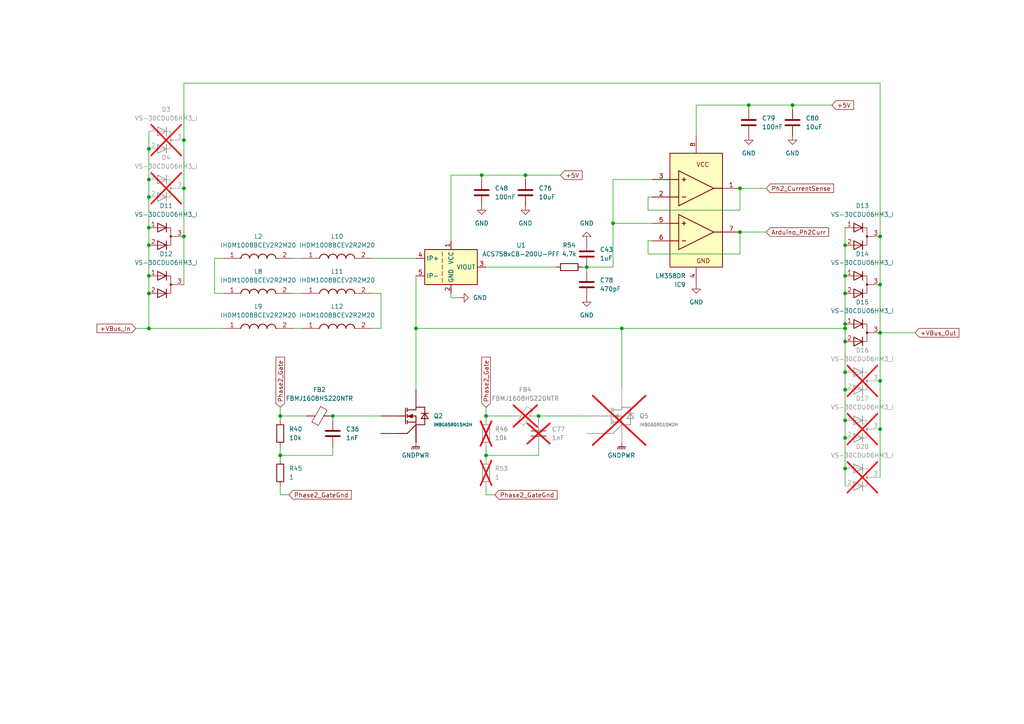
<source format=kicad_sch>
(kicad_sch (version 20250114) (generator "eeschema") (generator_version "9.0")
  (paper "A4")
  (title_block (title "5kw Modular Traction Inverter Boost Converter") (date "2025-02-02") (rev "1") (company "Rail Vehicle Traction Inverter"))
  (lib_symbols
    (symbol "Device:C" (pin_numbers (hide yes)) (pin_names (offset 0.254))
      (property "Reference" "C" (at 0.635 2.54 0))
      (property "Value" "C" (at 0.635 -2.54 0))
      (symbol "C_0_1"
        (polyline (pts (xy -2.032 0.762) (xy 2.032 0.762)) (stroke (width 0.508)))
        (polyline (pts (xy -2.032 -0.762) (xy 2.032 -0.762)) (stroke (width 0.508)))
      )
      (symbol "C_1_1"
        (pin passive line (at 0 3.81 270) (length 2.794) (name "~") (number "1"))
        (pin passive line (at 0 -3.81 90) (length 2.794) (name "~") (number "2"))
      )
    )
    (symbol "Device:D_Dual_CommonCathode_AAK_Parallel" (pin_names (offset 0.762) (hide yes))
      (property "Reference" "D" (at 0 5.08 0))
      (property "Value" "D_Dual_CommonCathode_AAK_Parallel" (at 0 -5.08 0))
      (symbol "D_Dual_CommonCathode_AAK_Parallel_0_0"
        (polyline (pts (xy 0 1.27) (xy 0 3.81)) (stroke (width 0.254)))
        (polyline (pts (xy 0 -1.27) (xy 0 -3.81)) (stroke (width 0.254)))
      )
      (symbol "D_Dual_CommonCathode_AAK_Parallel_0_1"
        (polyline (pts (xy -2.54 3.81) (xy 0 2.54) (xy -2.54 1.27) (xy -2.54 3.81) (xy -2.54 3.81) (xy -2.54 3.81)) (stroke (width 0.254)))
        (polyline (pts (xy -2.54 -1.27) (xy 0 -2.54) (xy -2.54 -3.81) (xy -2.54 -1.27) (xy -2.54 -1.27) (xy -2.54 -1.27)) (stroke (width 0.254)))
        (polyline (pts (xy -2.54 -2.54) (xy 1.27 -2.54) (xy 1.27 2.54) (xy -2.54 2.54)))
        (polyline (pts (xy 1.27 0) (xy 2.54 0)))
        (circle (center 1.27 0) (radius 0.254) (fill (type outline)))
        (pin passive line (at -5.08 2.54 0) (length 2.54) (name "A") (number "1"))
        (pin passive line (at -5.08 -2.54 0) (length 2.54) (name "A") (number "2"))
        (pin passive line (at 5.08 0 180) (length 2.54) (name "K") (number "3"))
      )
    )
    (symbol "Device:FerriteBead" (pin_numbers (hide yes)) (pin_names (offset 0))
      (property "Reference" "FB" (at -3.81 0.635 90))
      (property "Value" "FerriteBead" (at 3.81 0 90))
      (symbol "FerriteBead_0_1"
        (polyline (pts (xy -2.7686 0.4064) (xy -1.7018 2.2606) (xy 2.7686 -0.3048) (xy 1.6764 -2.159) (xy -2.7686 0.4064)))
        (polyline (pts (xy 0 1.27) (xy 0 1.2954)))
        (polyline (pts (xy 0 -1.27) (xy 0 -1.2192)))
      )
      (symbol "FerriteBead_1_1"
        (pin passive line (at 0 3.81 270) (length 2.54) (name "~") (number "1"))
        (pin passive line (at 0 -3.81 90) (length 2.54) (name "~") (number "2"))
      )
    )
    (symbol "Device:R" (pin_numbers (hide yes)) (pin_names (offset 0))
      (property "Reference" "R" (at 2.032 0 90))
      (property "Value" "R" (at 0 0 90))
      (symbol "R_0_1"
        (rectangle (start -1.016 -2.54) (end 1.016 2.54) (stroke (width 0.254)))
      )
      (symbol "R_1_1"
        (pin passive line (at 0 3.81 270) (length 1.27) (name "~") (number "1"))
        (pin passive line (at 0 -3.81 90) (length 1.27) (name "~") (number "2"))
      )
    )
    (symbol "InverterCom:IHDM1008BCEV2R2M20" (pin_names (hide yes))
      (property "Reference" "L" (at 16.51 6.35 0))
      (property "Value" "IHDM1008BCEV2R2M20" (at 16.51 3.81 0))
      (symbol "IHDM1008BCEV2R2M20_1_1"
        (arc (start 5.08 0) (mid 6.35 1.219) (end 7.62 0) (stroke (width 0.254)))
        (arc (start 7.62 0) (mid 8.89 1.219) (end 10.16 0) (stroke (width 0.254)))
        (arc (start 10.16 0) (mid 11.43 1.219) (end 12.7 0) (stroke (width 0.254)))
        (arc (start 12.7 0) (mid 13.97 1.219) (end 15.24 0) (stroke (width 0.254)))
        (pin passive line (at 0 0 0) (length 5.08) (name "1") (number "1"))
        (pin passive line (at 20.32 0 180) (length 5.08) (name "2") (number "2"))
      )
    )
    (symbol "InverterCom:IMBG65R015M2H" (pin_numbers (hide yes))
      (property "Reference" "Q?" (at 10.16 -2.54 0))
      (property "Value" "IMBG65R015M2H" (at 10.16 -4.826 0))
      (symbol "IMBG65R015M2H_1_0"
        (polyline (pts (xy 0 -2.54) (xy 2.032 -2.54)) (stroke (width 0.254)))
        (polyline (pts (xy 2.032 -0.254) (xy 2.032 -4.826)) (stroke (width 0.254)))
        (polyline (pts (xy 2.54 -0.254) (xy 2.54 -1.27)) (stroke (width 0.254)))
        (polyline (pts (xy 2.54 -2.54) (xy 4.064 -3.048) (xy 4.064 -2.032)) (stroke (width 0.254)) (fill (type outline)))
        (polyline (pts (xy 2.54 -3.048) (xy 2.54 -2.032)) (stroke (width 0.254)))
        (polyline (pts (xy 2.54 -4.826) (xy 2.54 -3.81)) (stroke (width 0.254)))
        (polyline (pts (xy 2.54 -7.62) (xy 0 -7.62)) (stroke (width 0.254)))
        (polyline (pts (xy 5.08 0) (xy 7.62 0)) (stroke (width 0.254)))
        (polyline (pts (xy 5.08 -0.762) (xy 2.54 -0.762)) (stroke (width 0.254)))
        (polyline (pts (xy 5.08 -0.762) (xy 5.08 0)) (stroke (width 0.254)))
        (polyline (pts (xy 5.08 -2.54) (xy 2.54 -2.54)) (stroke (width 0.254)))
        (polyline (pts (xy 5.08 -2.54) (xy 5.08 -5.08)) (stroke (width 0.254)))
        (polyline (pts (xy 5.08 -4.318) (xy 2.54 -4.318)) (stroke (width 0.254)))
        (polyline (pts (xy 5.08 -5.08) (xy 2.54 -7.62)) (stroke (width 0.254)))
        (polyline (pts (xy 5.08 -5.08) (xy 7.62 -5.08)) (stroke (width 0.254)))
        (polyline (pts (xy 6.604 -1.778) (xy 8.636 -1.778)) (stroke (width 0.254)))
        (polyline (pts (xy 6.604 -3.302) (xy 8.636 -3.302)) (stroke (width 0.254)))
        (polyline (pts (xy 7.62 0) (xy 7.62 -5.08)) (stroke (width 0.254)))
        (polyline (pts (xy 7.62 -1.778) (xy 6.604 -3.302)) (stroke (width 0.254)))
        (polyline (pts (xy 8.636 -3.302) (xy 7.62 -1.778)) (stroke (width 0.254)))
        (pin passive line (at -5.08 -2.54 0) (length 5.08) (name "GATE") (number "1"))
        (pin passive line (at -5.08 -7.62 0) (length 5.08) (name "DRIVER_SOURCE") (number "2"))
        (pin passive line (at 5.08 5.08 270) (length 5.08) (name "DRAIN") (number "8"))
        (pin passive line (at 5.08 -10.16 90) (length 5.08) (name "POWER_SOURCE_1") (number "3"))
        (pin passive line (at 5.08 -10.16 90) (length 5.08) (name "POWER_SOURCE_2") (number "4"))
        (pin passive line (at 5.08 -10.16 90) (length 5.08) (name "POWER_SOURCE_3") (number "5"))
        (pin passive line (at 5.08 -10.16 90) (length 5.08) (name "POWER_SOURCE_4") (number "6"))
        (pin passive line (at 5.08 -10.16 90) (length 5.08) (name "POWER_SOURCE_5") (number "7"))
      )
    )
    (symbol "InverterCom:LM358DR" (pin_names (hide yes))
      (property "Reference" "IC" (at 22.86 17.78 0))
      (property "Value" "LM358DR" (at 22.86 15.24 0))
      (symbol "LM358DR_1_1"
        (rectangle (start 5.08 7.62) (end 20.32 -25.4) (stroke (width 0.254)) (fill (type background)))
        (polyline (pts (xy 5.08 0) (xy 7.62 0)) (stroke (width 0.254)))
        (polyline (pts (xy 5.08 -5.08) (xy 7.62 -5.08)) (stroke (width 0.254)))
        (polyline (pts (xy 5.08 -12.7) (xy 7.62 -12.7)) (stroke (width 0.254)))
        (polyline (pts (xy 5.08 -17.78) (xy 7.62 -17.78)) (stroke (width 0.254)))
        (polyline (pts (xy 7.62 -7.62) (xy 7.62 2.54)) (stroke (width 0.254)))
        (polyline (pts (xy 7.62 -10.16) (xy 7.62 -20.32)) (stroke (width 0.254)))
        (polyline (pts (xy 8.636 0) (xy 9.652 0)) (stroke (width 0.254)))
        (polyline (pts (xy 8.636 -5.08) (xy 9.652 -5.08)) (stroke (width 0.254)))
        (polyline (pts (xy 8.636 -12.7) (xy 9.652 -12.7)) (stroke (width 0.254)))
        (polyline (pts (xy 8.636 -17.78) (xy 9.652 -17.78)) (stroke (width 0.254)))
        (polyline (pts (xy 9.144 -0.508) (xy 9.144 0.508)) (stroke (width 0.254)))
        (polyline (pts (xy 9.144 -12.192) (xy 9.144 -13.208)) (stroke (width 0.254)))
        (polyline (pts (xy 17.78 -2.54) (xy 7.62 2.54)) (stroke (width 0.254)))
        (polyline (pts (xy 17.78 -2.54) (xy 7.62 -7.62)) (stroke (width 0.254)))
        (polyline (pts (xy 17.78 -2.54) (xy 20.32 -2.54)) (stroke (width 0.254)))
        (polyline (pts (xy 17.78 -15.24) (xy 7.62 -10.16)) (stroke (width 0.254)))
        (polyline (pts (xy 17.78 -15.24) (xy 7.62 -20.32)) (stroke (width 0.254)))
        (polyline (pts (xy 17.78 -15.24) (xy 20.32 -15.24)) (stroke (width 0.254)))
        (text "VCC" (at 12.7 5.08 0) (effects (font (size 1.27 1.27)) (justify left top)))
        (text "GND" (at 12.7 -22.86 0) (effects (font (size 1.27 1.27)) (justify left top)))
        (pin passive line (at 0 0 0) (length 5.08) (name "IN1+") (number "3"))
        (pin passive line (at 0 -5.08 0) (length 5.08) (name "IN1-") (number "2"))
        (pin passive line (at 0 -12.7 0) (length 5.08) (name "IN2+") (number "5"))
        (pin passive line (at 0 -17.78 0) (length 5.08) (name "IN2-") (number "6"))
        (pin passive line (at 12.7 12.7 270) (length 5.08) (name "V+") (number "8"))
        (pin passive line (at 12.7 -30.48 90) (length 5.08) (name "V-") (number "4"))
        (pin passive line (at 25.4 -2.54 180) (length 5.08) (name "OUT1") (number "1"))
        (pin passive line (at 25.4 -15.24 180) (length 5.08) (name "OUT2") (number "7"))
      )
    )
    (symbol "Sensor_Current:ACS758xCB-200U-PFF"
      (property "Reference" "U" (at -7.62 6.35 0))
      (property "Value" "ACS758xCB-200U-PFF" (at 2.54 6.35 0))
      (symbol "ACS758xCB-200U-PFF_0_1"
        (rectangle (start -7.62 5.08) (end 7.62 -5.08) (stroke (width 0.254)) (fill (type background)))
        (polyline (pts (xy -2.54 3.175) (xy -2.54 4.445)))
        (polyline (pts (xy -2.54 1.27) (xy -2.54 2.54)))
        (polyline (pts (xy -2.54 0.635) (xy -2.54 -0.635)))
        (polyline (pts (xy -2.54 -1.27) (xy -2.54 -2.54)))
        (polyline (pts (xy -2.54 -3.175) (xy -2.54 -4.445)))
      )
      (symbol "ACS758xCB-200U-PFF_1_1"
        (pin passive line (at -10.16 2.54 0) (length 2.54) (name "IP+") (number "4"))
        (pin passive line (at -10.16 -2.54 0) (length 2.54) (name "IP-") (number "5"))
        (pin power_in line (at 0 7.62 270) (length 2.54) (name "VCC") (number "1"))
        (pin power_in line (at 0 -7.62 90) (length 2.54) (name "GND") (number "2"))
        (pin output line (at 10.16 0 180) (length 2.54) (name "VIOUT") (number "3"))
      )
    )
    (symbol "power:GND" (power) (pin_numbers (hide yes)) (pin_names (offset 0) (hide yes))
      (property "Value" "GND" (at 0 -3.81 0))
      (symbol "GND_0_1"
        (polyline (pts (xy 0 0) (xy 0 -1.27) (xy 1.27 -1.27) (xy 0 -2.54) (xy -1.27 -1.27) (xy 0 -1.27)))
      )
      (symbol "GND_1_1"
        (pin power_in line (at 0 0 270) (length 0) (name "~") (number "1"))
      )
    )
    (symbol "power:GNDPWR" (power) (pin_numbers (hide yes)) (pin_names (offset 0) (hide yes))
      (property "Value" "GNDPWR" (at 0 -3.302 0))
      (symbol "GNDPWR_0_1"
        (polyline (pts (xy -1.016 -1.27) (xy -1.27 -2.032) (xy -1.27 -2.032)) (stroke (width 0.2032)))
        (polyline (pts (xy -0.508 -1.27) (xy -0.762 -2.032) (xy -0.762 -2.032)) (stroke (width 0.2032)))
        (polyline (pts (xy 0 -1.27) (xy 0 0)))
        (polyline (pts (xy 0 -1.27) (xy -0.254 -2.032) (xy -0.254 -2.032)) (stroke (width 0.2032)))
        (polyline (pts (xy 0.508 -1.27) (xy 0.254 -2.032) (xy 0.254 -2.032)) (stroke (width 0.2032)))
        (polyline (pts (xy 1.016 -1.27) (xy -1.016 -1.27) (xy -1.016 -1.27)) (stroke (width 0.2032)))
        (polyline (pts (xy 1.016 -1.27) (xy 0.762 -2.032) (xy 0.762 -2.032) (xy 0.762 -2.032)) (stroke (width 0.2032)))
      )
      (symbol "GNDPWR_1_1"
        (pin power_in line (at 0 0 270) (length 0) (name "~") (number "1"))
      )
    )
  )
  (junction (at 217.17 30.48))
  (junction (at 81.28 120.65))
  (junction (at 245.11 113.03))
  (junction (at 245.11 99.06))
  (junction (at 53.34 68.58))
  (junction (at 43.18 52.07))
  (junction (at 177.8 64.77))
  (junction (at 43.18 80.01))
  (junction (at 245.11 80.01))
  (junction (at 255.27 124.46))
  (junction (at 214.63 54.61))
  (junction (at 255.27 96.52))
  (junction (at 43.18 71.12))
  (junction (at 170.18 77.47))
  (junction (at 120.65 95.25))
  (junction (at 229.87 30.48))
  (junction (at 245.11 121.92))
  (junction (at 255.27 68.58))
  (junction (at 43.18 57.15))
  (junction (at 96.52 120.65))
  (junction (at 255.27 82.55))
  (junction (at 245.11 107.95))
  (junction (at 43.18 95.25))
  (junction (at 81.28 132.08))
  (junction (at 180.34 95.25))
  (junction (at 53.34 54.61))
  (junction (at 43.18 85.09))
  (junction (at 245.11 95.25))
  (junction (at 152.4 50.8))
  (junction (at 53.34 40.64))
  (junction (at 245.11 127))
  (junction (at 156.21 120.65))
  (junction (at 140.97 132.08))
  (junction (at 245.11 93.98))
  (junction (at 245.11 135.89))
  (junction (at 255.27 110.49))
  (junction (at 214.63 67.31))
  (junction (at 43.18 66.04))
  (junction (at 43.18 43.18))
  (junction (at 245.11 85.09))
  (junction (at 140.97 120.65))
  (junction (at 139.7 50.8))
  (junction (at 245.11 71.12))
  (wire (pts (xy 110.49 85.09) (xy 107.95 85.09)))
  (wire (pts (xy 245.11 85.09) (xy 245.11 80.01)))
  (wire (pts (xy 214.63 54.61) (xy 222.25 54.61)))
  (wire (pts (xy 64.77 85.09) (xy 62.23 85.09)))
  (wire (pts (xy 214.63 67.31) (xy 222.25 67.31)))
  (wire (pts (xy 156.21 120.65) (xy 170.18 120.65)))
  (wire (pts (xy 81.28 132.08) (xy 81.28 129.54)))
  (wire (pts (xy 139.7 52.07) (xy 139.7 50.8)))
  (wire (pts (xy 177.8 64.77) (xy 189.23 64.77)))
  (wire (pts (xy 177.8 52.07) (xy 189.23 52.07)))
  (wire (pts (xy 177.8 77.47) (xy 177.8 64.77)))
  (wire (pts (xy 140.97 77.47) (xy 161.29 77.47)))
  (wire (pts (xy 214.63 73.66) (xy 214.63 67.31)))
  (wire (pts (xy 245.11 113.03) (xy 245.11 121.92)))
  (wire (pts (xy 120.65 80.01) (xy 120.65 95.25)))
  (wire (pts (xy 255.27 96.52) (xy 255.27 110.49)))
  (wire (pts (xy 83.82 143.51) (xy 81.28 143.51)))
  (wire (pts (xy 152.4 52.07) (xy 152.4 50.8)))
  (wire (pts (xy 53.34 24.13) (xy 53.34 40.64)))
  (wire (pts (xy 120.65 95.25) (xy 180.34 95.25)))
  (wire (pts (xy 229.87 30.48) (xy 241.3 30.48)))
  (wire (pts (xy 39.37 95.25) (xy 43.18 95.25)))
  (wire (pts (xy 43.18 38.1) (xy 43.18 43.18)))
  (wire (pts (xy 120.65 113.03) (xy 120.65 95.25)))
  (wire (pts (xy 130.81 86.36) (xy 133.35 86.36)))
  (wire (pts (xy 217.17 30.48) (xy 229.87 30.48)))
  (wire (pts (xy 168.91 77.47) (xy 170.18 77.47)))
  (wire (pts (xy 148.59 120.65) (xy 140.97 120.65)))
  (wire (pts (xy 245.11 95.25) (xy 245.11 99.06)))
  (wire (pts (xy 189.23 57.15) (xy 187.96 57.15)))
  (wire (pts (xy 245.11 93.98) (xy 245.11 95.25)))
  (wire (pts (xy 53.34 40.64) (xy 53.34 54.61)))
  (wire (pts (xy 201.93 30.48) (xy 217.17 30.48)))
  (wire (pts (xy 156.21 132.08) (xy 140.97 132.08)))
  (wire (pts (xy 96.52 129.54) (xy 96.52 132.08)))
  (wire (pts (xy 255.27 82.55) (xy 255.27 68.58)))
  (wire (pts (xy 140.97 143.51) (xy 140.97 140.97)))
  (wire (pts (xy 81.28 120.65) (xy 81.28 118.11)))
  (wire (pts (xy 139.7 50.8) (xy 130.81 50.8)))
  (wire (pts (xy 53.34 68.58) (xy 53.34 82.55)))
  (wire (pts (xy 187.96 73.66) (xy 214.63 73.66)))
  (wire (pts (xy 255.27 82.55) (xy 255.27 96.52)))
  (wire (pts (xy 217.17 31.75) (xy 217.17 30.48)))
  (wire (pts (xy 177.8 64.77) (xy 177.8 52.07)))
  (wire (pts (xy 156.21 121.92) (xy 156.21 120.65)))
  (wire (pts (xy 255.27 96.52) (xy 265.43 96.52)))
  (wire (pts (xy 187.96 57.15) (xy 187.96 60.96)))
  (wire (pts (xy 62.23 74.93) (xy 64.77 74.93)))
  (wire (pts (xy 85.09 85.09) (xy 87.63 85.09)))
  (wire (pts (xy 245.11 80.01) (xy 245.11 71.12)))
  (wire (pts (xy 81.28 132.08) (xy 81.28 133.35)))
  (wire (pts (xy 187.96 69.85) (xy 187.96 73.66)))
  (wire (pts (xy 43.18 71.12) (xy 43.18 80.01)))
  (wire (pts (xy 130.81 85.09) (xy 130.81 86.36)))
  (wire (pts (xy 96.52 121.92) (xy 96.52 120.65)))
  (wire (pts (xy 85.09 95.25) (xy 87.63 95.25)))
  (wire (pts (xy 62.23 85.09) (xy 62.23 74.93)))
  (wire (pts (xy 245.11 135.89) (xy 245.11 140.97)))
  (wire (pts (xy 81.28 120.65) (xy 81.28 121.92)))
  (wire (pts (xy 53.34 54.61) (xy 53.34 68.58)))
  (wire (pts (xy 85.09 74.93) (xy 87.63 74.93)))
  (wire (pts (xy 43.18 43.18) (xy 43.18 52.07)))
  (wire (pts (xy 245.11 85.09) (xy 245.11 93.98)))
  (wire (pts (xy 170.18 77.47) (xy 177.8 77.47)))
  (wire (pts (xy 255.27 24.13) (xy 255.27 68.58)))
  (wire (pts (xy 189.23 69.85) (xy 187.96 69.85)))
  (wire (pts (xy 88.9 120.65) (xy 81.28 120.65)))
  (wire (pts (xy 170.18 77.47) (xy 170.18 78.74)))
  (wire (pts (xy 201.93 30.48) (xy 201.93 39.37)))
  (wire (pts (xy 43.18 52.07) (xy 43.18 57.15)))
  (wire (pts (xy 245.11 99.06) (xy 245.11 107.95)))
  (wire (pts (xy 255.27 124.46) (xy 255.27 138.43)))
  (wire (pts (xy 110.49 95.25) (xy 110.49 85.09)))
  (wire (pts (xy 130.81 50.8) (xy 130.81 69.85)))
  (wire (pts (xy 229.87 31.75) (xy 229.87 30.48)))
  (wire (pts (xy 43.18 80.01) (xy 43.18 85.09)))
  (wire (pts (xy 53.34 24.13) (xy 255.27 24.13)))
  (wire (pts (xy 156.21 129.54) (xy 156.21 132.08)))
  (wire (pts (xy 140.97 132.08) (xy 140.97 133.35)))
  (wire (pts (xy 162.56 50.8) (xy 152.4 50.8)))
  (wire (pts (xy 140.97 120.65) (xy 140.97 118.11)))
  (wire (pts (xy 107.95 74.93) (xy 120.65 74.93)))
  (wire (pts (xy 187.96 60.96) (xy 214.63 60.96)))
  (wire (pts (xy 43.18 85.09) (xy 43.18 95.25)))
  (wire (pts (xy 180.34 113.03) (xy 180.34 95.25)))
  (wire (pts (xy 143.51 143.51) (xy 140.97 143.51)))
  (wire (pts (xy 96.52 120.65) (xy 110.49 120.65)))
  (wire (pts (xy 245.11 71.12) (xy 245.11 66.04)))
  (wire (pts (xy 245.11 121.92) (xy 245.11 127)))
  (wire (pts (xy 255.27 110.49) (xy 255.27 124.46)))
  (wire (pts (xy 140.97 132.08) (xy 140.97 129.54)))
  (wire (pts (xy 140.97 120.65) (xy 140.97 121.92)))
  (wire (pts (xy 180.34 95.25) (xy 245.11 95.25)))
  (wire (pts (xy 43.18 57.15) (xy 43.18 66.04)))
  (wire (pts (xy 245.11 127) (xy 245.11 135.89)))
  (wire (pts (xy 152.4 50.8) (xy 139.7 50.8)))
  (wire (pts (xy 107.95 95.25) (xy 110.49 95.25)))
  (wire (pts (xy 96.52 132.08) (xy 81.28 132.08)))
  (wire (pts (xy 81.28 143.51) (xy 81.28 140.97)))
  (wire (pts (xy 43.18 66.04) (xy 43.18 71.12)))
  (wire (pts (xy 43.18 95.25) (xy 64.77 95.25)))
  (wire (pts (xy 245.11 107.95) (xy 245.11 113.03)))
  (wire (pts (xy 214.63 60.96) (xy 214.63 54.61)))
  (global_label "Phase2_Gate" (shape input) (at 81.28 118.11 90) (property "Intersheetrefs" "${INTERSHEET_REFS}" (effects (hide yes))))
  (global_label "+5V" (shape input) (at 162.56 50.8 0) (property "Intersheetrefs" "${INTERSHEET_REFS}" (effects (hide yes))))
  (global_label "Ph2_CurrentSense" (shape input) (at 222.25 54.61 0) (property "Intersheetrefs" "${INTERSHEET_REFS}" (effects (hide yes))))
  (global_label "Phase2_GateGnd" (shape input) (at 83.82 143.51 0) (property "Intersheetrefs" "${INTERSHEET_REFS}" (effects (hide yes))))
  (global_label "+VBus_In" (shape input) (at 39.37 95.25 180) (property "Intersheetrefs" "${INTERSHEET_REFS}" (effects (hide yes))))
  (global_label "Phase2_GateGnd" (shape input) (at 143.51 143.51 0) (property "Intersheetrefs" "${INTERSHEET_REFS}" (effects (hide yes))))
  (global_label "+VBus_Out" (shape input) (at 265.43 96.52 0) (property "Intersheetrefs" "${INTERSHEET_REFS}" (effects (hide yes))))
  (global_label "+5V" (shape input) (at 241.3 30.48 0) (property "Intersheetrefs" "${INTERSHEET_REFS}" (effects (hide yes))))
  (global_label "Phase2_Gate" (shape input) (at 140.97 118.11 90) (property "Intersheetrefs" "${INTERSHEET_REFS}" (effects (hide yes))))
  (global_label "Arduino_Ph2Curr" (shape input) (at 222.25 67.31 0) (property "Intersheetrefs" "${INTERSHEET_REFS}" (effects (hide yes))))
  (symbol (lib_id "Device:C") (at 96.52 125.73 180) (unit 1)
    (property "Reference" "C36" (at 100.33 124.4599 0) (effects (justify right)))
    (property "Value" "1nF" (at 100.33 126.9999 0) (effects (justify right)))
    (property "Footprint" "Capacitor_SMD:C_1210_3225Metric_Pad1.33x2.70mm_HandSolder" (effects (hide yes)))
    (property "Description" "Unpolarized capacitor" (effects (hide yes)))
  )
  (symbol (lib_id "InverterCom:IHDM1008BCEV2R2M20") (at 87.63 95.25 0) (unit 1)
    (property "Reference" "L12" (at 97.79 88.9 0))
    (property "Value" "IHDM1008BCEV2R2M20" (at 97.79 91.44 0))
    (property "Footprint" "InverterCom:IHDM1008BCEV2R2M20" (effects (hide yes)))
    (property "Datasheet" "https://www.vishay.com/docs/34522/ihdm-1008bc-x0.pdf" (effects (hide yes)))
    (property "Description" "2.2 H Unshielded Drum Core, Wirewound Inductor 63 A 0.7mOhm Max Vertical, 2 PC Pin , 69MHz , -40C ~ 180C" (effects (hide yes)))
    (property "Height" "22.75" (effects (hide yes)))
    (property "Manufacturer_Name" "Vishay" (effects (hide yes)))
    (property "Manufacturer_Part_Number" "IHDM1008BCEV2R2M20" (effects (hide yes)))
    (property "Mouser Part Number" "70-IHDM1008BCV2R2M20" (effects (hide yes)))
    (property "Mouser Price/Stock" "https://www.mouser.co.uk/ProductDetail/Vishay-Dale/IHDM1008BCEV2R2M20?qs=XAiT9M5g4x%252Bqlz3WIccdng%3D%3D" (effects (hide yes)))
  )
  (symbol (lib_id "power:GND") (at 152.4 59.69 0) (unit 1)
    (property "Reference" "#PWR0103" (effects (hide yes)))
    (property "Value" "GND" (at 152.4 64.77 0))
    (property "Description" "Power symbol creates a global label with name \"GND\" , ground" (effects (hide yes)))
  )
  (symbol (lib_id "power:GND") (at 229.87 39.37 0) (unit 1)
    (property "Reference" "#PWR0108" (effects (hide yes)))
    (property "Value" "GND" (at 229.87 44.45 0))
    (property "Description" "Power symbol creates a global label with name \"GND\" , ground" (effects (hide yes)))
  )
  (symbol (lib_id "InverterCom:IHDM1008BCEV2R2M20") (at 64.77 85.09 0) (unit 1)
    (property "Reference" "L8" (at 74.93 78.74 0))
    (property "Value" "IHDM1008BCEV2R2M20" (at 74.93 81.28 0))
    (property "Footprint" "InverterCom:IHDM1008BCEV2R2M20" (effects (hide yes)))
    (property "Datasheet" "https://www.vishay.com/docs/34522/ihdm-1008bc-x0.pdf" (effects (hide yes)))
    (property "Description" "2.2 H Unshielded Drum Core, Wirewound Inductor 63 A 0.7mOhm Max Vertical, 2 PC Pin , 69MHz , -40C ~ 180C" (effects (hide yes)))
    (property "Height" "22.75" (effects (hide yes)))
    (property "Manufacturer_Name" "Vishay" (effects (hide yes)))
    (property "Manufacturer_Part_Number" "IHDM1008BCEV2R2M20" (effects (hide yes)))
    (property "Mouser Part Number" "70-IHDM1008BCV2R2M20" (effects (hide yes)))
    (property "Mouser Price/Stock" "https://www.mouser.co.uk/ProductDetail/Vishay-Dale/IHDM1008BCEV2R2M20?qs=XAiT9M5g4x%252Bqlz3WIccdng%3D%3D" (effects (hide yes)))
  )
  (symbol (lib_id "Device:C") (at 217.17 35.56 0) (unit 1)
    (property "Reference" "C79" (at 220.98 34.2899 0) (effects (justify left)))
    (property "Value" "100nF" (at 220.98 36.8299 0) (effects (justify left)))
    (property "Footprint" "Capacitor_SMD:C_1210_3225Metric_Pad1.33x2.70mm_HandSolder" (effects (hide yes)))
    (property "Description" "Unpolarized capacitor" (effects (hide yes)))
  )
  (symbol (lib_id "InverterCom:LM358DR") (at 189.23 52.07 0) (unit 1)
    (property "Reference" "IC9" (at 198.9135 82.55 0) (effects (justify right)))
    (property "Value" "LM358DR" (at 198.9135 80.01 0) (effects (justify right)))
    (property "Footprint" "InverterCom:SOIC127P600X175-8N" (effects (hide yes)))
    (property "Datasheet" "https://www.ti.com/lit/ds/symlink/lm358.pdf?ts=1593170624750&ref_url=https%253A%252F%252Fwww.ti.com%252Fstore%252Fti%252Fen%252Fp%252Fproduct%252F%253Fp%253DLM358DR%2526keyMatch%253DLM358DR%2526tisearch%253DSearch-EN-everything%2526usecase%253DOPN" (effects (hide yes)))
    (property "Description" "LM358DR, Operational Amplifier 0.7MHz 5 to 28V, 8-Pin SOIC" (effects (hide yes)))
    (property "Height" "1.75" (effects (hide yes)))
    (property "Mouser Part Number" "595-LM358DR" (effects (hide yes)))
    (property "Mouser Price/Stock" "https://www.mouser.co.uk/ProductDetail/Texas-Instruments/LM358DR?qs=Zu35EjizYSSY6pJ37yjmHA%3D%3D" (effects (hide yes)))
    (property "Manufacturer_Name" "Texas Instruments" (effects (hide yes)))
    (property "Manufacturer_Part_Number" "LM358DR" (effects (hide yes)))
  )
  (symbol (lib_id "Device:FerriteBead") (at 152.4 120.65 90) (unit 1) (dnp yes)
    (property "Reference" "FB4" (at 152.3492 113.03 90))
    (property "Value" "FBMJ1608HS220NTR" (at 152.3492 115.57 90))
    (property "Footprint" "InverterCom:BEADC1608X100N" (effects (hide yes)))
    (property "Description" "Ferrite bead" (effects (hide yes)))
    (property "Height" "1" (effects (hide yes)))
    (property "Mouser Part Number" "963-FBMJ1608HS220NTR" (effects (hide yes)))
    (property "Mouser Price/Stock" "https://www.mouser.co.uk/ProductDetail/TAIYO-YUDEN/FBMJ1608HS220NTR?qs=qEEMd6hQM8XfqBRLulOo%2FQ%3D%3D" (effects (hide yes)))
    (property "Manufacturer_Name" "TAIYO YUDEN" (effects (hide yes)))
    (property "Manufacturer_Part_Number" "FBMJ1608HS220NTR" (effects (hide yes)))
  )
  (symbol (lib_id "power:GND") (at 201.93 82.55 0) (unit 1)
    (property "Reference" "#PWR0106" (effects (hide yes)))
    (property "Value" "GND" (at 201.93 87.63 0))
    (property "Description" "Power symbol creates a global label with name \"GND\" , ground" (effects (hide yes)))
  )
  (symbol (lib_id "Device:C") (at 170.18 82.55 0) (unit 1)
    (property "Reference" "C78" (at 173.99 81.2799 0) (effects (justify left)))
    (property "Value" "470pF" (at 173.99 83.8199 0) (effects (justify left)))
    (property "Footprint" "Capacitor_SMD:C_1210_3225Metric_Pad1.33x2.70mm_HandSolder" (effects (hide yes)))
    (property "Description" "Unpolarized capacitor" (effects (hide yes)))
  )
  (symbol (lib_id "InverterCom:IHDM1008BCEV2R2M20") (at 64.77 95.25 0) (unit 1)
    (property "Reference" "L9" (at 74.93 88.9 0))
    (property "Value" "IHDM1008BCEV2R2M20" (at 74.93 91.44 0))
    (property "Footprint" "InverterCom:IHDM1008BCEV2R2M20" (effects (hide yes)))
    (property "Datasheet" "https://www.vishay.com/docs/34522/ihdm-1008bc-x0.pdf" (effects (hide yes)))
    (property "Description" "2.2 H Unshielded Drum Core, Wirewound Inductor 63 A 0.7mOhm Max Vertical, 2 PC Pin , 69MHz , -40C ~ 180C" (effects (hide yes)))
    (property "Height" "22.75" (effects (hide yes)))
    (property "Manufacturer_Name" "Vishay" (effects (hide yes)))
    (property "Manufacturer_Part_Number" "IHDM1008BCEV2R2M20" (effects (hide yes)))
    (property "Mouser Part Number" "70-IHDM1008BCV2R2M20" (effects (hide yes)))
    (property "Mouser Price/Stock" "https://www.mouser.co.uk/ProductDetail/Vishay-Dale/IHDM1008BCEV2R2M20?qs=XAiT9M5g4x%252Bqlz3WIccdng%3D%3D" (effects (hide yes)))
  )
  (symbol (lib_id "InverterCom:IMBG65R015M2H") (at 115.57 118.11 0) (unit 1)
    (property "Reference" "Q2" (at 125.73 120.6499 0) (effects (justify left)))
    (property "Value" "IMBG65R015M2H" (at 125.73 123.19 0) (effects (font (size 0.889 0.889)) (justify left)))
    (property "Footprint" "InverterCom:TO127P1500X470-8N-2-V1" (effects (hide yes)))
    (property "Description" "Insulated-Gate Field-Effect Transistor (IGFET), N-Channel, Enhancement, Body Diode, Pin 1 Gate, 2 Driver Source, 3 Power Source, 4 Power Source, 5 Power Source, 6 Power Source, 7 Power Source, 8 Drain, 8 Pins" (effects (hide yes)))
  )
  (symbol (lib_id "Device:FerriteBead") (at 92.71 120.65 90) (unit 1)
    (property "Reference" "FB2" (at 92.6592 113.03 90))
    (property "Value" "FBMJ1608HS220NTR" (at 92.6592 115.57 90))
    (property "Footprint" "InverterCom:BEADC1608X100N" (effects (hide yes)))
    (property "Description" "Ferrite bead" (effects (hide yes)))
    (property "Height" "1" (effects (hide yes)))
    (property "Mouser Part Number" "963-FBMJ1608HS220NTR" (effects (hide yes)))
    (property "Mouser Price/Stock" "https://www.mouser.co.uk/ProductDetail/TAIYO-YUDEN/FBMJ1608HS220NTR?qs=qEEMd6hQM8XfqBRLulOo%2FQ%3D%3D" (effects (hide yes)))
    (property "Manufacturer_Name" "TAIYO YUDEN" (effects (hide yes)))
    (property "Manufacturer_Part_Number" "FBMJ1608HS220NTR" (effects (hide yes)))
  )
  (symbol (lib_id "Device:C") (at 152.4 55.88 0) (unit 1)
    (property "Reference" "C76" (at 156.21 54.6099 0) (effects (justify left)))
    (property "Value" "10uF" (at 156.21 57.1499 0) (effects (justify left)))
    (property "Footprint" "Capacitor_SMD:C_1210_3225Metric_Pad1.33x2.70mm_HandSolder" (effects (hide yes)))
    (property "Description" "Unpolarized capacitor" (effects (hide yes)))
  )
  (symbol (lib_id "Device:C") (at 229.87 35.56 0) (unit 1)
    (property "Reference" "C80" (at 233.68 34.2899 0) (effects (justify left)))
    (property "Value" "10uF" (at 233.68 36.8299 0) (effects (justify left)))
    (property "Footprint" "Capacitor_SMD:C_1210_3225Metric_Pad1.33x2.70mm_HandSolder" (effects (hide yes)))
    (property "Description" "Unpolarized capacitor" (effects (hide yes)))
  )
  (symbol (lib_id "Device:D_Dual_CommonCathode_AAK_Parallel") (at 48.26 54.61 0) (unit 1) (dnp yes)
    (property "Reference" "D4" (at 48.1965 45.72 0))
    (property "Value" "VS-30CDU06HM3_I" (at 48.1965 48.26 0))
    (property "Footprint" "InverterCom:VS30CDU06HM3I" (effects (hide yes)))
    (property "Description" "Dual diode, common cathode on pin 1" (effects (hide yes)))
    (property "Height" "1.8" (effects (hide yes)))
    (property "Mouser Part Number" "78-VS-30CDU06HM3I" (effects (hide yes)))
    (property "Mouser Price/Stock" "https://www.mouser.co.uk/ProductDetail/Vishay-Semiconductors/VS-30CDU06HM3-I?qs=TzNRGq6adzkm0ixYQuTp0g%3D%3D" (effects (hide yes)))
    (property "Manufacturer_Name" "Vishay" (effects (hide yes)))
    (property "Manufacturer_Part_Number" "VS-30CDU06HM3/I" (effects (hide yes)))
  )
  (symbol (lib_id "power:GND") (at 217.17 39.37 0) (unit 1)
    (property "Reference" "#PWR0107" (effects (hide yes)))
    (property "Value" "GND" (at 217.17 44.45 0))
    (property "Description" "Power symbol creates a global label with name \"GND\" , ground" (effects (hide yes)))
  )
  (symbol (lib_id "Device:C") (at 139.7 55.88 0) (unit 1)
    (property "Reference" "C48" (at 143.51 54.6099 0) (effects (justify left)))
    (property "Value" "100nF" (at 143.51 57.1499 0) (effects (justify left)))
    (property "Footprint" "Capacitor_SMD:C_1210_3225Metric_Pad1.33x2.70mm_HandSolder" (effects (hide yes)))
    (property "Description" "Unpolarized capacitor" (effects (hide yes)))
  )
  (symbol (lib_id "InverterCom:IHDM1008BCEV2R2M20") (at 87.63 85.09 0) (unit 1)
    (property "Reference" "L11" (at 97.79 78.74 0))
    (property "Value" "IHDM1008BCEV2R2M20" (at 97.79 81.28 0))
    (property "Footprint" "InverterCom:IHDM1008BCEV2R2M20" (effects (hide yes)))
    (property "Datasheet" "https://www.vishay.com/docs/34522/ihdm-1008bc-x0.pdf" (effects (hide yes)))
    (property "Description" "2.2 H Unshielded Drum Core, Wirewound Inductor 63 A 0.7mOhm Max Vertical, 2 PC Pin , 69MHz , -40C ~ 180C" (effects (hide yes)))
    (property "Height" "22.75" (effects (hide yes)))
    (property "Manufacturer_Name" "Vishay" (effects (hide yes)))
    (property "Manufacturer_Part_Number" "IHDM1008BCEV2R2M20" (effects (hide yes)))
    (property "Mouser Part Number" "70-IHDM1008BCV2R2M20" (effects (hide yes)))
    (property "Mouser Price/Stock" "https://www.mouser.co.uk/ProductDetail/Vishay-Dale/IHDM1008BCEV2R2M20?qs=XAiT9M5g4x%252Bqlz3WIccdng%3D%3D" (effects (hide yes)))
  )
  (symbol (lib_id "Sensor_Current:ACS758xCB-200U-PFF") (at 130.81 77.47 0) (unit 1)
    (property "Reference" "U1" (at 151.13 71.1514 0))
    (property "Value" "ACS758xCB-200U-PFF" (at 151.13 73.6914 0))
    (property "Footprint" "Sensor_Current:Allegro_CB_PFF" (effects (hide yes)))
    (property "Datasheet" "http://www.allegromicro.com/~/media/Files/Datasheets/ACS758-Datasheet.ashx?la=en" (effects (hide yes)))
    (property "Description" "200A Unidirectional Hall-Effect Current Sensor, +5.0V supply, 20mV/A, CB-5 PFF" (effects (hide yes)))
  )
  (symbol (lib_id "power:GND") (at 170.18 86.36 0) (unit 1)
    (property "Reference" "#PWR0104" (effects (hide yes)))
    (property "Value" "GND" (at 170.18 91.44 0))
    (property "Description" "Power symbol creates a global label with name \"GND\" , ground" (effects (hide yes)))
  )
  (symbol (lib_id "Device:R") (at 140.97 125.73 0) (unit 1) (dnp yes)
    (property "Reference" "R46" (at 143.51 124.4599 0) (effects (justify left)))
    (property "Value" "10k" (at 143.51 126.9999 0) (effects (justify left)))
    (property "Footprint" "Resistor_SMD:R_1210_3225Metric_Pad1.30x2.65mm_HandSolder" (effects (hide yes)))
    (property "Description" "Resistor" (effects (hide yes)))
  )
  (symbol (lib_id "Device:D_Dual_CommonCathode_AAK_Parallel") (at 250.19 82.55 0) (unit 1)
    (property "Reference" "D14" (at 250.1265 73.66 0))
    (property "Value" "VS-30CDU06HM3_I" (at 250.1265 76.2 0))
    (property "Footprint" "InverterCom:VS30CDU06HM3I" (effects (hide yes)))
    (property "Description" "Dual diode, common cathode on pin 1" (effects (hide yes)))
    (property "Height" "1.8" (effects (hide yes)))
    (property "Mouser Part Number" "78-VS-30CDU06HM3I" (effects (hide yes)))
    (property "Mouser Price/Stock" "https://www.mouser.co.uk/ProductDetail/Vishay-Semiconductors/VS-30CDU06HM3-I?qs=TzNRGq6adzkm0ixYQuTp0g%3D%3D" (effects (hide yes)))
    (property "Manufacturer_Name" "Vishay" (effects (hide yes)))
    (property "Manufacturer_Part_Number" "VS-30CDU06HM3/I" (effects (hide yes)))
  )
  (symbol (lib_id "Device:R") (at 165.1 77.47 90) (unit 1)
    (property "Reference" "R54" (at 165.1 71.12 90))
    (property "Value" "4.7k" (at 165.1 73.66 90))
    (property "Footprint" "Resistor_SMD:R_1210_3225Metric_Pad1.30x2.65mm_HandSolder" (effects (hide yes)))
    (property "Description" "Resistor" (effects (hide yes)))
  )
  (symbol (lib_id "power:GND") (at 170.18 69.85 180) (unit 1)
    (property "Reference" "#PWR0110" (effects (hide yes)))
    (property "Value" "GND" (at 170.18 64.77 0))
    (property "Description" "Power symbol creates a global label with name \"GND\" , ground" (effects (hide yes)))
  )
  (symbol (lib_id "Device:D_Dual_CommonCathode_AAK_Parallel") (at 250.19 68.58 0) (unit 1)
    (property "Reference" "D13" (at 250.1265 59.69 0))
    (property "Value" "VS-30CDU06HM3_I" (at 250.1265 62.23 0))
    (property "Footprint" "InverterCom:VS30CDU06HM3I" (effects (hide yes)))
    (property "Description" "Dual diode, common cathode on pin 1" (effects (hide yes)))
    (property "Height" "1.8" (effects (hide yes)))
    (property "Mouser Part Number" "78-VS-30CDU06HM3I" (effects (hide yes)))
    (property "Mouser Price/Stock" "https://www.mouser.co.uk/ProductDetail/Vishay-Semiconductors/VS-30CDU06HM3-I?qs=TzNRGq6adzkm0ixYQuTp0g%3D%3D" (effects (hide yes)))
    (property "Manufacturer_Name" "Vishay" (effects (hide yes)))
    (property "Manufacturer_Part_Number" "VS-30CDU06HM3/I" (effects (hide yes)))
  )
  (symbol (lib_id "Device:R") (at 81.28 125.73 0) (unit 1)
    (property "Reference" "R40" (at 83.82 124.4599 0) (effects (justify left)))
    (property "Value" "10k" (at 83.82 126.9999 0) (effects (justify left)))
    (property "Footprint" "Resistor_SMD:R_1210_3225Metric_Pad1.30x2.65mm_HandSolder" (effects (hide yes)))
    (property "Description" "Resistor" (effects (hide yes)))
  )
  (symbol (lib_id "Device:D_Dual_CommonCathode_AAK_Parallel") (at 48.26 82.55 0) (unit 1)
    (property "Reference" "D12" (at 48.1965 73.66 0))
    (property "Value" "VS-30CDU06HM3_I" (at 48.1965 76.2 0))
    (property "Footprint" "InverterCom:VS30CDU06HM3I" (effects (hide yes)))
    (property "Description" "Dual diode, common cathode on pin 1" (effects (hide yes)))
    (property "Height" "1.8" (effects (hide yes)))
    (property "Mouser Part Number" "78-VS-30CDU06HM3I" (effects (hide yes)))
    (property "Mouser Price/Stock" "https://www.mouser.co.uk/ProductDetail/Vishay-Semiconductors/VS-30CDU06HM3-I?qs=TzNRGq6adzkm0ixYQuTp0g%3D%3D" (effects (hide yes)))
    (property "Manufacturer_Name" "Vishay" (effects (hide yes)))
    (property "Manufacturer_Part_Number" "VS-30CDU06HM3/I" (effects (hide yes)))
  )
  (symbol (lib_id "power:GNDPWR") (at 180.34 128.27 0) (unit 1)
    (property "Reference" "#PWR0105" (effects (hide yes)))
    (property "Value" "GNDPWR" (at 180.213 132.08 0))
    (property "Description" "Power symbol creates a global label with name \"GNDPWR\" , global ground" (effects (hide yes)))
  )
  (symbol (lib_id "InverterCom:IMBG65R015M2H") (at 175.26 118.11 0) (unit 1) (dnp yes)
    (property "Reference" "Q5" (at 185.42 120.6499 0) (effects (justify left)))
    (property "Value" "IMBG65R015M2H" (at 185.42 123.19 0) (effects (font (size 0.889 0.889)) (justify left)))
    (property "Footprint" "InverterCom:TO127P1500X470-8N-2-V1" (effects (hide yes)))
    (property "Description" "Insulated-Gate Field-Effect Transistor (IGFET), N-Channel, Enhancement, Body Diode, Pin 1 Gate, 2 Driver Source, 3 Power Source, 4 Power Source, 5 Power Source, 6 Power Source, 7 Power Source, 8 Drain, 8 Pins" (effects (hide yes)))
  )
  (symbol (lib_id "Device:D_Dual_CommonCathode_AAK_Parallel") (at 48.26 40.64 0) (unit 1) (dnp yes)
    (property "Reference" "D3" (at 48.1965 31.75 0))
    (property "Value" "VS-30CDU06HM3_I" (at 48.1965 34.29 0))
    (property "Footprint" "InverterCom:VS30CDU06HM3I" (effects (hide yes)))
    (property "Description" "Dual diode, common cathode on pin 1" (effects (hide yes)))
    (property "Height" "1.8" (effects (hide yes)))
    (property "Mouser Part Number" "78-VS-30CDU06HM3I" (effects (hide yes)))
    (property "Mouser Price/Stock" "https://www.mouser.co.uk/ProductDetail/Vishay-Semiconductors/VS-30CDU06HM3-I?qs=TzNRGq6adzkm0ixYQuTp0g%3D%3D" (effects (hide yes)))
    (property "Manufacturer_Name" "Vishay" (effects (hide yes)))
    (property "Manufacturer_Part_Number" "VS-30CDU06HM3/I" (effects (hide yes)))
  )
  (symbol (lib_id "Device:D_Dual_CommonCathode_AAK_Parallel") (at 250.19 124.46 0) (unit 1) (dnp yes)
    (property "Reference" "D17" (at 250.1265 115.57 0))
    (property "Value" "VS-30CDU06HM3_I" (at 250.1265 118.11 0))
    (property "Footprint" "InverterCom:VS30CDU06HM3I" (effects (hide yes)))
    (property "Description" "Dual diode, common cathode on pin 1" (effects (hide yes)))
    (property "Height" "1.8" (effects (hide yes)))
    (property "Mouser Part Number" "78-VS-30CDU06HM3I" (effects (hide yes)))
    (property "Mouser Price/Stock" "https://www.mouser.co.uk/ProductDetail/Vishay-Semiconductors/VS-30CDU06HM3-I?qs=TzNRGq6adzkm0ixYQuTp0g%3D%3D" (effects (hide yes)))
    (property "Manufacturer_Name" "Vishay" (effects (hide yes)))
    (property "Manufacturer_Part_Number" "VS-30CDU06HM3/I" (effects (hide yes)))
  )
  (symbol (lib_id "InverterCom:IHDM1008BCEV2R2M20") (at 87.63 74.93 0) (unit 1)
    (property "Reference" "L10" (at 97.79 68.58 0))
    (property "Value" "IHDM1008BCEV2R2M20" (at 97.79 71.12 0))
    (property "Footprint" "InverterCom:IHDM1008BCEV2R2M20" (effects (hide yes)))
    (property "Datasheet" "https://www.vishay.com/docs/34522/ihdm-1008bc-x0.pdf" (effects (hide yes)))
    (property "Description" "2.2 H Unshielded Drum Core, Wirewound Inductor 63 A 0.7mOhm Max Vertical, 2 PC Pin , 69MHz , -40C ~ 180C" (effects (hide yes)))
    (property "Height" "22.75" (effects (hide yes)))
    (property "Manufacturer_Name" "Vishay" (effects (hide yes)))
    (property "Manufacturer_Part_Number" "IHDM1008BCEV2R2M20" (effects (hide yes)))
    (property "Mouser Part Number" "70-IHDM1008BCV2R2M20" (effects (hide yes)))
    (property "Mouser Price/Stock" "https://www.mouser.co.uk/ProductDetail/Vishay-Dale/IHDM1008BCEV2R2M20?qs=XAiT9M5g4x%252Bqlz3WIccdng%3D%3D" (effects (hide yes)))
  )
  (symbol (lib_id "InverterCom:IHDM1008BCEV2R2M20") (at 64.77 74.93 0) (unit 1)
    (property "Reference" "L2" (at 74.93 68.58 0))
    (property "Value" "IHDM1008BCEV2R2M20" (at 74.93 71.12 0))
    (property "Footprint" "InverterCom:IHDM1008BCEV2R2M20" (effects (hide yes)))
    (property "Datasheet" "https://www.vishay.com/docs/34522/ihdm-1008bc-x0.pdf" (effects (hide yes)))
    (property "Description" "2.2 H Unshielded Drum Core, Wirewound Inductor 63 A 0.7mOhm Max Vertical, 2 PC Pin , 69MHz , -40C ~ 180C" (effects (hide yes)))
    (property "Height" "22.75" (effects (hide yes)))
    (property "Manufacturer_Name" "Vishay" (effects (hide yes)))
    (property "Manufacturer_Part_Number" "IHDM1008BCEV2R2M20" (effects (hide yes)))
    (property "Mouser Part Number" "70-IHDM1008BCV2R2M20" (effects (hide yes)))
    (property "Mouser Price/Stock" "https://www.mouser.co.uk/ProductDetail/Vishay-Dale/IHDM1008BCEV2R2M20?qs=XAiT9M5g4x%252Bqlz3WIccdng%3D%3D" (effects (hide yes)))
  )
  (symbol (lib_id "Device:D_Dual_CommonCathode_AAK_Parallel") (at 250.19 110.49 0) (unit 1) (dnp yes)
    (property "Reference" "D16" (at 250.1265 101.6 0))
    (property "Value" "VS-30CDU06HM3_I" (at 250.1265 104.14 0))
    (property "Footprint" "InverterCom:VS30CDU06HM3I" (effects (hide yes)))
    (property "Description" "Dual diode, common cathode on pin 1" (effects (hide yes)))
    (property "Height" "1.8" (effects (hide yes)))
    (property "Mouser Part Number" "78-VS-30CDU06HM3I" (effects (hide yes)))
    (property "Mouser Price/Stock" "https://www.mouser.co.uk/ProductDetail/Vishay-Semiconductors/VS-30CDU06HM3-I?qs=TzNRGq6adzkm0ixYQuTp0g%3D%3D" (effects (hide yes)))
    (property "Manufacturer_Name" "Vishay" (effects (hide yes)))
    (property "Manufacturer_Part_Number" "VS-30CDU06HM3/I" (effects (hide yes)))
  )
  (symbol (lib_id "Device:D_Dual_CommonCathode_AAK_Parallel") (at 250.19 96.52 0) (unit 1)
    (property "Reference" "D15" (at 250.1265 87.63 0))
    (property "Value" "VS-30CDU06HM3_I" (at 250.1265 90.17 0))
    (property "Footprint" "InverterCom:VS30CDU06HM3I" (effects (hide yes)))
    (property "Description" "Dual diode, common cathode on pin 1" (effects (hide yes)))
    (property "Height" "1.8" (effects (hide yes)))
    (property "Mouser Part Number" "78-VS-30CDU06HM3I" (effects (hide yes)))
    (property "Mouser Price/Stock" "https://www.mouser.co.uk/ProductDetail/Vishay-Semiconductors/VS-30CDU06HM3-I?qs=TzNRGq6adzkm0ixYQuTp0g%3D%3D" (effects (hide yes)))
    (property "Manufacturer_Name" "Vishay" (effects (hide yes)))
    (property "Manufacturer_Part_Number" "VS-30CDU06HM3/I" (effects (hide yes)))
  )
  (symbol (lib_id "power:GNDPWR") (at 120.65 128.27 0) (unit 1)
    (property "Reference" "#PWR015" (effects (hide yes)))
    (property "Value" "GNDPWR" (at 120.523 132.08 0))
    (property "Description" "Power symbol creates a global label with name \"GNDPWR\" , global ground" (effects (hide yes)))
  )
  (symbol (lib_id "Device:R") (at 140.97 137.16 0) (unit 1) (dnp yes)
    (property "Reference" "R53" (at 143.51 135.8899 0) (effects (justify left)))
    (property "Value" "1" (at 143.51 138.4299 0) (effects (justify left)))
    (property "Footprint" "Resistor_SMD:R_1210_3225Metric_Pad1.30x2.65mm_HandSolder" (effects (hide yes)))
    (property "Description" "Resistor" (effects (hide yes)))
  )
  (symbol (lib_id "Device:D_Dual_CommonCathode_AAK_Parallel") (at 48.26 68.58 0) (unit 1)
    (property "Reference" "D11" (at 48.1965 59.69 0))
    (property "Value" "VS-30CDU06HM3_I" (at 48.1965 62.23 0))
    (property "Footprint" "InverterCom:VS30CDU06HM3I" (effects (hide yes)))
    (property "Description" "Dual diode, common cathode on pin 1" (effects (hide yes)))
    (property "Height" "1.8" (effects (hide yes)))
    (property "Mouser Part Number" "78-VS-30CDU06HM3I" (effects (hide yes)))
    (property "Mouser Price/Stock" "https://www.mouser.co.uk/ProductDetail/Vishay-Semiconductors/VS-30CDU06HM3-I?qs=TzNRGq6adzkm0ixYQuTp0g%3D%3D" (effects (hide yes)))
    (property "Manufacturer_Name" "Vishay" (effects (hide yes)))
    (property "Manufacturer_Part_Number" "VS-30CDU06HM3/I" (effects (hide yes)))
  )
  (symbol (lib_id "Device:C") (at 156.21 125.73 180) (unit 1) (dnp yes)
    (property "Reference" "C77" (at 160.02 124.4599 0) (effects (justify right)))
    (property "Value" "1nF" (at 160.02 126.9999 0) (effects (justify right)))
    (property "Footprint" "Capacitor_SMD:C_1210_3225Metric_Pad1.33x2.70mm_HandSolder" (effects (hide yes)))
    (property "Description" "Unpolarized capacitor" (effects (hide yes)))
  )
  (symbol (lib_id "Device:R") (at 81.28 137.16 0) (unit 1)
    (property "Reference" "R45" (at 83.82 135.8899 0) (effects (justify left)))
    (property "Value" "1" (at 83.82 138.4299 0) (effects (justify left)))
    (property "Footprint" "Resistor_SMD:R_1210_3225Metric_Pad1.30x2.65mm_HandSolder" (effects (hide yes)))
    (property "Description" "Resistor" (effects (hide yes)))
  )
  (symbol (lib_id "power:GND") (at 133.35 86.36 90) (unit 1)
    (property "Reference" "#PWR050" (effects (hide yes)))
    (property "Value" "GND" (at 137.16 86.3599 90) (effects (justify right)))
    (property "Description" "Power symbol creates a global label with name \"GND\" , ground" (effects (hide yes)))
  )
  (symbol (lib_id "Device:D_Dual_CommonCathode_AAK_Parallel") (at 250.19 138.43 0) (unit 1) (dnp yes)
    (property "Reference" "D20" (at 250.1265 129.54 0))
    (property "Value" "VS-30CDU06HM3_I" (at 250.1265 132.08 0))
    (property "Footprint" "InverterCom:VS30CDU06HM3I" (effects (hide yes)))
    (property "Description" "Dual diode, common cathode on pin 1" (effects (hide yes)))
    (property "Height" "1.8" (effects (hide yes)))
    (property "Mouser Part Number" "78-VS-30CDU06HM3I" (effects (hide yes)))
    (property "Mouser Price/Stock" "https://www.mouser.co.uk/ProductDetail/Vishay-Semiconductors/VS-30CDU06HM3-I?qs=TzNRGq6adzkm0ixYQuTp0g%3D%3D" (effects (hide yes)))
    (property "Manufacturer_Name" "Vishay" (effects (hide yes)))
    (property "Manufacturer_Part_Number" "VS-30CDU06HM3/I" (effects (hide yes)))
  )
  (symbol (lib_id "power:GND") (at 139.7 59.69 0) (unit 1)
    (property "Reference" "#PWR052" (effects (hide yes)))
    (property "Value" "GND" (at 139.7 64.77 0))
    (property "Description" "Power symbol creates a global label with name \"GND\" , ground" (effects (hide yes)))
  )
  (symbol (lib_id "Device:C") (at 170.18 73.66 0) (unit 1)
    (property "Reference" "C43" (at 173.99 72.3899 0) (effects (justify left)))
    (property "Value" "1uF" (at 173.99 74.9299 0) (effects (justify left)))
    (property "Footprint" "Capacitor_SMD:C_1210_3225Metric_Pad1.33x2.70mm_HandSolder" (effects (hide yes)))
    (property "Description" "Unpolarized capacitor" (effects (hide yes)))
  )
)
</source>
